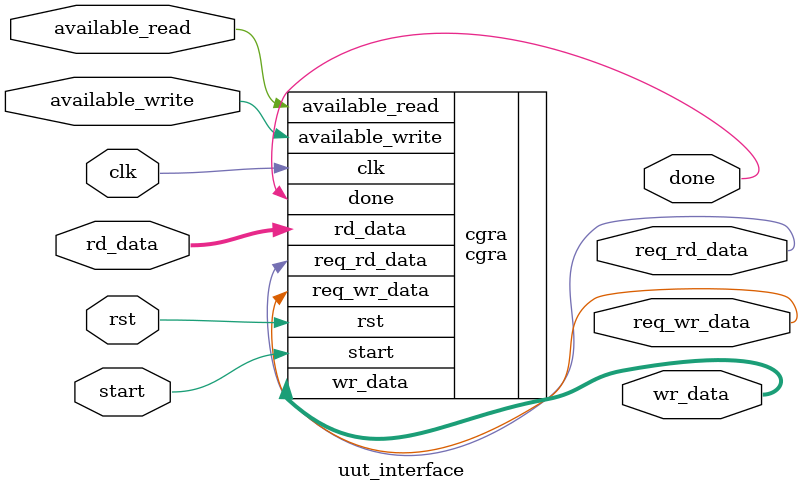
<source format=v>

module uut_interface
(
  input clk,
  input rst,
  input start,
  input available_write,
  input available_read,
  output req_rd_data,
  input [512-1:0] rd_data,
  output req_wr_data,
  output [512-1:0] wr_data,
  output done
);
	
	//wire rd;
	//wire[511:0] data;

  cgra
  cgra
  (
    .clk(clk),
    .rst(rst),
    .start(start),
    .available_write(available_write),
    .available_read(available_read),
    .req_rd_data(req_rd_data),
    .rd_data(rd_data),
    .req_wr_data(req_wr_data),
    .wr_data(wr_data),
    .done(done)
  );
  
 // fifo_in
 // fifo_in 
//(
 // .clk(clk),
 // .rst(rst),
  //.rd(rd),
  //.dout(data)
//);


  initial begin
    $dumpfile("uut.vcd");
    $dumpvars(0, "uut_interface");
  end


endmodule

</source>
